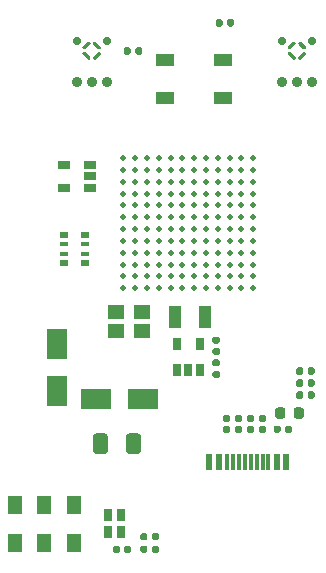
<source format=gbr>
G04 #@! TF.GenerationSoftware,KiCad,Pcbnew,(5.99.0-2290-gd34f8fd4b)*
G04 #@! TF.CreationDate,2020-11-06T19:29:50+01:00*
G04 #@! TF.ProjectId,Tympan-Nya,54796d70-616e-42d4-9e79-612e6b696361,rev?*
G04 #@! TF.SameCoordinates,PX6d878d0PY72e6100*
G04 #@! TF.FileFunction,Paste,Bot*
G04 #@! TF.FilePolarity,Positive*
%FSLAX46Y46*%
G04 Gerber Fmt 4.6, Leading zero omitted, Abs format (unit mm)*
G04 Created by KiCad (PCBNEW (5.99.0-2290-gd34f8fd4b)) date 2020-11-06 19:29:50*
%MOMM*%
%LPD*%
G01*
G04 APERTURE LIST*
%ADD10C,0.300000*%
%ADD11R,1.500000X1.000000*%
%ADD12R,0.800000X0.500000*%
%ADD13R,0.800000X0.400000*%
%ADD14C,0.500000*%
%ADD15R,0.300000X1.450000*%
%ADD16R,0.600000X1.450000*%
%ADD17C,0.900000*%
%ADD18C,0.700000*%
%ADD19R,1.060000X0.650000*%
%ADD20R,0.650000X1.060000*%
%ADD21R,1.400000X1.200000*%
%ADD22R,1.100000X1.900000*%
%ADD23R,1.200000X1.600000*%
%ADD24R,0.800000X1.000000*%
%ADD25R,1.700000X2.500000*%
%ADD26R,2.500000X1.700000*%
G04 APERTURE END LIST*
D10*
X-31583217Y50088970D02*
G75*
G02*
X-31948400Y49730600I-615183J261630D01*
G01*
X-32460030Y49735417D02*
G75*
G02*
X-32818400Y50100600I261630J615183D01*
G01*
X-32813583Y50612230D02*
G75*
G02*
X-32448400Y50970600I615183J-261630D01*
G01*
X-31936770Y50965783D02*
G75*
G02*
X-31578400Y50600600I-261630J-615183D01*
G01*
X-14209617Y50088970D02*
G75*
G02*
X-14574800Y49730600I-615183J261630D01*
G01*
X-15086430Y49735417D02*
G75*
G02*
X-15444800Y50100600I261630J615183D01*
G01*
X-15439983Y50612230D02*
G75*
G02*
X-15074800Y50970600I615183J-261630D01*
G01*
X-14563170Y50965783D02*
G75*
G02*
X-14204800Y50600600I-261630J-615183D01*
G01*
D11*
X-25961600Y46337600D03*
X-25961600Y49537600D03*
X-21061600Y46337600D03*
X-21061600Y49537600D03*
G36*
G01*
X-20730800Y52540300D02*
X-20730800Y52885300D01*
G75*
G02*
X-20583300Y53032800I147500J0D01*
G01*
X-20288300Y53032800D01*
G75*
G02*
X-20140800Y52885300I0J-147500D01*
G01*
X-20140800Y52540300D01*
G75*
G02*
X-20288300Y52392800I-147500J0D01*
G01*
X-20583300Y52392800D01*
G75*
G02*
X-20730800Y52540300I0J147500D01*
G01*
G37*
G36*
G01*
X-21700800Y52540300D02*
X-21700800Y52885300D01*
G75*
G02*
X-21553300Y53032800I147500J0D01*
G01*
X-21258300Y53032800D01*
G75*
G02*
X-21110800Y52885300I0J-147500D01*
G01*
X-21110800Y52540300D01*
G75*
G02*
X-21258300Y52392800I-147500J0D01*
G01*
X-21553300Y52392800D01*
G75*
G02*
X-21700800Y52540300I0J147500D01*
G01*
G37*
D12*
X-34546200Y32361200D03*
D13*
X-34546200Y33161200D03*
D12*
X-34546200Y34761200D03*
D13*
X-34546200Y33961200D03*
D12*
X-32746200Y32361200D03*
D13*
X-32746200Y33961200D03*
X-32746200Y33161200D03*
D12*
X-32746200Y34761200D03*
G36*
G01*
X-19605300Y18945400D02*
X-19950300Y18945400D01*
G75*
G02*
X-20097800Y19092900I0J147500D01*
G01*
X-20097800Y19387900D01*
G75*
G02*
X-19950300Y19535400I147500J0D01*
G01*
X-19605300Y19535400D01*
G75*
G02*
X-19457800Y19387900I0J-147500D01*
G01*
X-19457800Y19092900D01*
G75*
G02*
X-19605300Y18945400I-147500J0D01*
G01*
G37*
G36*
G01*
X-19605300Y17975400D02*
X-19950300Y17975400D01*
G75*
G02*
X-20097800Y18122900I0J147500D01*
G01*
X-20097800Y18417900D01*
G75*
G02*
X-19950300Y18565400I147500J0D01*
G01*
X-19605300Y18565400D01*
G75*
G02*
X-19457800Y18417900I0J-147500D01*
G01*
X-19457800Y18122900D01*
G75*
G02*
X-19605300Y17975400I-147500J0D01*
G01*
G37*
G36*
G01*
X-18589300Y18943000D02*
X-18934300Y18943000D01*
G75*
G02*
X-19081800Y19090500I0J147500D01*
G01*
X-19081800Y19385500D01*
G75*
G02*
X-18934300Y19533000I147500J0D01*
G01*
X-18589300Y19533000D01*
G75*
G02*
X-18441800Y19385500I0J-147500D01*
G01*
X-18441800Y19090500D01*
G75*
G02*
X-18589300Y18943000I-147500J0D01*
G01*
G37*
G36*
G01*
X-18589300Y17973000D02*
X-18934300Y17973000D01*
G75*
G02*
X-19081800Y18120500I0J147500D01*
G01*
X-19081800Y18415500D01*
G75*
G02*
X-18934300Y18563000I147500J0D01*
G01*
X-18589300Y18563000D01*
G75*
G02*
X-18441800Y18415500I0J-147500D01*
G01*
X-18441800Y18120500D01*
G75*
G02*
X-18589300Y17973000I-147500J0D01*
G01*
G37*
G36*
G01*
X-20621300Y18943000D02*
X-20966300Y18943000D01*
G75*
G02*
X-21113800Y19090500I0J147500D01*
G01*
X-21113800Y19385500D01*
G75*
G02*
X-20966300Y19533000I147500J0D01*
G01*
X-20621300Y19533000D01*
G75*
G02*
X-20473800Y19385500I0J-147500D01*
G01*
X-20473800Y19090500D01*
G75*
G02*
X-20621300Y18943000I-147500J0D01*
G01*
G37*
G36*
G01*
X-20621300Y17973000D02*
X-20966300Y17973000D01*
G75*
G02*
X-21113800Y18120500I0J147500D01*
G01*
X-21113800Y18415500D01*
G75*
G02*
X-20966300Y18563000I147500J0D01*
G01*
X-20621300Y18563000D01*
G75*
G02*
X-20473800Y18415500I0J-147500D01*
G01*
X-20473800Y18120500D01*
G75*
G02*
X-20621300Y17973000I-147500J0D01*
G01*
G37*
G36*
G01*
X-17573300Y18943000D02*
X-17918300Y18943000D01*
G75*
G02*
X-18065800Y19090500I0J147500D01*
G01*
X-18065800Y19385500D01*
G75*
G02*
X-17918300Y19533000I147500J0D01*
G01*
X-17573300Y19533000D01*
G75*
G02*
X-17425800Y19385500I0J-147500D01*
G01*
X-17425800Y19090500D01*
G75*
G02*
X-17573300Y18943000I-147500J0D01*
G01*
G37*
G36*
G01*
X-17573300Y17973000D02*
X-17918300Y17973000D01*
G75*
G02*
X-18065800Y18120500I0J147500D01*
G01*
X-18065800Y18415500D01*
G75*
G02*
X-17918300Y18563000I147500J0D01*
G01*
X-17573300Y18563000D01*
G75*
G02*
X-17425800Y18415500I0J-147500D01*
G01*
X-17425800Y18120500D01*
G75*
G02*
X-17573300Y17973000I-147500J0D01*
G01*
G37*
D14*
X-18519600Y41245600D03*
X-19519600Y41245600D03*
X-20519600Y41245600D03*
X-21519600Y41245600D03*
X-22519600Y41245600D03*
X-23519600Y41245600D03*
X-24519600Y41245600D03*
X-25519600Y41245600D03*
X-26519600Y41245600D03*
X-27519600Y41245600D03*
X-28519600Y41245600D03*
X-29519600Y41245600D03*
X-18519600Y40245600D03*
X-18519600Y39245600D03*
X-18519600Y38245600D03*
X-18519600Y37245600D03*
X-18519600Y36245600D03*
X-18519600Y35245600D03*
X-18519600Y34245600D03*
X-18519600Y33245600D03*
X-29519600Y40245600D03*
X-28519600Y40245600D03*
X-27519600Y40245600D03*
X-26519600Y40245600D03*
X-25519600Y40245600D03*
X-24519600Y40245600D03*
X-23519600Y40245600D03*
X-22519600Y40245600D03*
X-19519600Y40245600D03*
X-20519600Y40245600D03*
X-21519600Y40245600D03*
X-19519600Y39245600D03*
X-20519600Y39245600D03*
X-21519600Y39245600D03*
X-22519600Y39245600D03*
X-23519600Y39245600D03*
X-24519600Y39245600D03*
X-25519600Y39245600D03*
X-26519600Y39245600D03*
X-19519600Y38245600D03*
X-20519600Y38245600D03*
X-21519600Y38245600D03*
X-22519600Y38245600D03*
X-23519600Y38245600D03*
X-24519600Y38245600D03*
X-25519600Y38245600D03*
X-26519600Y38245600D03*
X-19519600Y37245600D03*
X-20519600Y37245600D03*
X-21519600Y37245600D03*
X-27519600Y39245600D03*
X-27519600Y38245600D03*
X-28519600Y39245600D03*
X-28519600Y38245600D03*
X-29519600Y38245600D03*
X-29519600Y39245600D03*
X-19519600Y36245600D03*
X-20519600Y36245600D03*
X-21519600Y36245600D03*
X-21519600Y35245600D03*
X-20519600Y35245600D03*
X-19519600Y35245600D03*
X-19519600Y34245600D03*
X-20519600Y34245600D03*
X-21519600Y34245600D03*
X-21519600Y33245600D03*
X-20519600Y33245600D03*
X-19519600Y33245600D03*
X-18519600Y32245600D03*
X-19519600Y32245600D03*
X-20519600Y32245600D03*
X-21519600Y32245600D03*
X-21519600Y31245600D03*
X-20519600Y31245600D03*
X-19519600Y31245600D03*
X-18519600Y31245600D03*
X-18519600Y30245600D03*
X-19519600Y30245600D03*
X-20519600Y30245600D03*
X-21519600Y30245600D03*
X-25519600Y37245600D03*
X-24519600Y37245600D03*
X-23519600Y37245600D03*
X-22519600Y37245600D03*
X-22519600Y36245600D03*
X-23519600Y36245600D03*
X-24519600Y36245600D03*
X-25519600Y36245600D03*
X-22519600Y35245600D03*
X-23519600Y35245600D03*
X-24519600Y35245600D03*
X-25519600Y35245600D03*
X-22519600Y34245600D03*
X-23519600Y34245600D03*
X-24519600Y34245600D03*
X-25519600Y34245600D03*
X-22519600Y33245600D03*
X-23519600Y33245600D03*
X-24519600Y33245600D03*
X-25519600Y33245600D03*
X-22519600Y32245600D03*
X-23519600Y32245600D03*
X-24519600Y32245600D03*
X-25519600Y32245600D03*
X-22519600Y31245600D03*
X-23519600Y31245600D03*
X-24519600Y31245600D03*
X-25519600Y31245600D03*
X-22519600Y30245600D03*
X-23519600Y30245600D03*
X-24519600Y30245600D03*
X-25519600Y30245600D03*
X-26519600Y37245600D03*
X-27519600Y37245600D03*
X-28519600Y37245600D03*
X-29519600Y37245600D03*
X-26519600Y36245600D03*
X-27519600Y36245600D03*
X-28519600Y36245600D03*
X-29519600Y36245600D03*
X-26519600Y33245600D03*
X-29519600Y35245600D03*
X-28519600Y35245600D03*
X-27519600Y35245600D03*
X-26519600Y35245600D03*
X-26519600Y34245600D03*
X-27519600Y34245600D03*
X-28519600Y34245600D03*
X-29519600Y34245600D03*
X-27519600Y33245600D03*
X-28519600Y33245600D03*
X-29519600Y33245600D03*
X-26519600Y30245600D03*
X-26519600Y31245600D03*
X-26519600Y32245600D03*
X-27519600Y32245600D03*
X-27519600Y31245600D03*
X-27519600Y30245600D03*
X-28519600Y30245600D03*
X-28519600Y31245600D03*
X-28519600Y32245600D03*
X-29519600Y32245600D03*
X-29519600Y31245600D03*
X-29519600Y30245600D03*
D15*
X-18740400Y15508200D03*
X-20740400Y15508200D03*
X-20240400Y15508200D03*
X-19740400Y15508200D03*
X-19240400Y15508200D03*
X-18240400Y15508200D03*
X-17740400Y15508200D03*
X-17240400Y15508200D03*
D16*
X-22240400Y15508200D03*
X-21440400Y15508200D03*
X-16540400Y15508200D03*
X-15740400Y15508200D03*
X-15740400Y15508200D03*
X-16540400Y15508200D03*
X-21440400Y15508200D03*
X-22240400Y15508200D03*
D17*
X-33463400Y47734600D03*
X-32198400Y47734600D03*
X-30933400Y47734600D03*
D18*
X-33463400Y51140600D03*
X-30933400Y51140600D03*
D17*
X-16089800Y47734600D03*
X-14824800Y47734600D03*
X-13559800Y47734600D03*
D18*
X-16089800Y51140600D03*
X-13559800Y51140600D03*
D19*
X-32343000Y40658000D03*
X-32343000Y39708000D03*
X-32343000Y38758000D03*
X-34543000Y38758000D03*
X-34543000Y40658000D03*
D20*
X-23069600Y23291800D03*
X-24019600Y23291800D03*
X-24969600Y23291800D03*
X-24969600Y25491800D03*
X-23069600Y25491800D03*
G36*
G01*
X-27486200Y9375100D02*
X-27486200Y9030100D01*
G75*
G02*
X-27633700Y8882600I-147500J0D01*
G01*
X-27928700Y8882600D01*
G75*
G02*
X-28076200Y9030100I0J147500D01*
G01*
X-28076200Y9375100D01*
G75*
G02*
X-27928700Y9522600I147500J0D01*
G01*
X-27633700Y9522600D01*
G75*
G02*
X-27486200Y9375100I0J-147500D01*
G01*
G37*
G36*
G01*
X-26516200Y9375100D02*
X-26516200Y9030100D01*
G75*
G02*
X-26663700Y8882600I-147500J0D01*
G01*
X-26958700Y8882600D01*
G75*
G02*
X-27106200Y9030100I0J147500D01*
G01*
X-27106200Y9375100D01*
G75*
G02*
X-26958700Y9522600I147500J0D01*
G01*
X-26663700Y9522600D01*
G75*
G02*
X-26516200Y9375100I0J-147500D01*
G01*
G37*
G36*
G01*
X-27486200Y8308300D02*
X-27486200Y7963300D01*
G75*
G02*
X-27633700Y7815800I-147500J0D01*
G01*
X-27928700Y7815800D01*
G75*
G02*
X-28076200Y7963300I0J147500D01*
G01*
X-28076200Y8308300D01*
G75*
G02*
X-27928700Y8455800I147500J0D01*
G01*
X-27633700Y8455800D01*
G75*
G02*
X-27486200Y8308300I0J-147500D01*
G01*
G37*
G36*
G01*
X-26516200Y8308300D02*
X-26516200Y7963300D01*
G75*
G02*
X-26663700Y7815800I-147500J0D01*
G01*
X-26958700Y7815800D01*
G75*
G02*
X-27106200Y7963300I0J147500D01*
G01*
X-27106200Y8308300D01*
G75*
G02*
X-26958700Y8455800I147500J0D01*
G01*
X-26663700Y8455800D01*
G75*
G02*
X-26516200Y8308300I0J-147500D01*
G01*
G37*
G36*
G01*
X-29823000Y8308300D02*
X-29823000Y7963300D01*
G75*
G02*
X-29970500Y7815800I-147500J0D01*
G01*
X-30265500Y7815800D01*
G75*
G02*
X-30413000Y7963300I0J147500D01*
G01*
X-30413000Y8308300D01*
G75*
G02*
X-30265500Y8455800I147500J0D01*
G01*
X-29970500Y8455800D01*
G75*
G02*
X-29823000Y8308300I0J-147500D01*
G01*
G37*
G36*
G01*
X-28853000Y8308300D02*
X-28853000Y7963300D01*
G75*
G02*
X-29000500Y7815800I-147500J0D01*
G01*
X-29295500Y7815800D01*
G75*
G02*
X-29443000Y7963300I0J147500D01*
G01*
X-29443000Y8308300D01*
G75*
G02*
X-29295500Y8455800I147500J0D01*
G01*
X-29000500Y8455800D01*
G75*
G02*
X-28853000Y8308300I0J-147500D01*
G01*
G37*
G36*
G01*
X-13923600Y22034900D02*
X-13923600Y22379900D01*
G75*
G02*
X-13776100Y22527400I147500J0D01*
G01*
X-13481100Y22527400D01*
G75*
G02*
X-13333600Y22379900I0J-147500D01*
G01*
X-13333600Y22034900D01*
G75*
G02*
X-13481100Y21887400I-147500J0D01*
G01*
X-13776100Y21887400D01*
G75*
G02*
X-13923600Y22034900I0J147500D01*
G01*
G37*
G36*
G01*
X-14893600Y22034900D02*
X-14893600Y22379900D01*
G75*
G02*
X-14746100Y22527400I147500J0D01*
G01*
X-14451100Y22527400D01*
G75*
G02*
X-14303600Y22379900I0J-147500D01*
G01*
X-14303600Y22034900D01*
G75*
G02*
X-14451100Y21887400I-147500J0D01*
G01*
X-14746100Y21887400D01*
G75*
G02*
X-14893600Y22034900I0J147500D01*
G01*
G37*
G36*
G01*
X-13923600Y23050900D02*
X-13923600Y23395900D01*
G75*
G02*
X-13776100Y23543400I147500J0D01*
G01*
X-13481100Y23543400D01*
G75*
G02*
X-13333600Y23395900I0J-147500D01*
G01*
X-13333600Y23050900D01*
G75*
G02*
X-13481100Y22903400I-147500J0D01*
G01*
X-13776100Y22903400D01*
G75*
G02*
X-13923600Y23050900I0J147500D01*
G01*
G37*
G36*
G01*
X-14893600Y23050900D02*
X-14893600Y23395900D01*
G75*
G02*
X-14746100Y23543400I147500J0D01*
G01*
X-14451100Y23543400D01*
G75*
G02*
X-14303600Y23395900I0J-147500D01*
G01*
X-14303600Y23050900D01*
G75*
G02*
X-14451100Y22903400I-147500J0D01*
G01*
X-14746100Y22903400D01*
G75*
G02*
X-14893600Y23050900I0J147500D01*
G01*
G37*
G36*
G01*
X-13923600Y21018900D02*
X-13923600Y21363900D01*
G75*
G02*
X-13776100Y21511400I147500J0D01*
G01*
X-13481100Y21511400D01*
G75*
G02*
X-13333600Y21363900I0J-147500D01*
G01*
X-13333600Y21018900D01*
G75*
G02*
X-13481100Y20871400I-147500J0D01*
G01*
X-13776100Y20871400D01*
G75*
G02*
X-13923600Y21018900I0J147500D01*
G01*
G37*
G36*
G01*
X-14893600Y21018900D02*
X-14893600Y21363900D01*
G75*
G02*
X-14746100Y21511400I147500J0D01*
G01*
X-14451100Y21511400D01*
G75*
G02*
X-14303600Y21363900I0J-147500D01*
G01*
X-14303600Y21018900D01*
G75*
G02*
X-14451100Y20871400I-147500J0D01*
G01*
X-14746100Y20871400D01*
G75*
G02*
X-14893600Y21018900I0J147500D01*
G01*
G37*
G36*
G01*
X-21829900Y25167000D02*
X-21484900Y25167000D01*
G75*
G02*
X-21337400Y25019500I0J-147500D01*
G01*
X-21337400Y24724500D01*
G75*
G02*
X-21484900Y24577000I-147500J0D01*
G01*
X-21829900Y24577000D01*
G75*
G02*
X-21977400Y24724500I0J147500D01*
G01*
X-21977400Y25019500D01*
G75*
G02*
X-21829900Y25167000I147500J0D01*
G01*
G37*
G36*
G01*
X-21829900Y26137000D02*
X-21484900Y26137000D01*
G75*
G02*
X-21337400Y25989500I0J-147500D01*
G01*
X-21337400Y25694500D01*
G75*
G02*
X-21484900Y25547000I-147500J0D01*
G01*
X-21829900Y25547000D01*
G75*
G02*
X-21977400Y25694500I0J147500D01*
G01*
X-21977400Y25989500D01*
G75*
G02*
X-21829900Y26137000I147500J0D01*
G01*
G37*
G36*
G01*
X-21484900Y23616600D02*
X-21829900Y23616600D01*
G75*
G02*
X-21977400Y23764100I0J147500D01*
G01*
X-21977400Y24059100D01*
G75*
G02*
X-21829900Y24206600I147500J0D01*
G01*
X-21484900Y24206600D01*
G75*
G02*
X-21337400Y24059100I0J-147500D01*
G01*
X-21337400Y23764100D01*
G75*
G02*
X-21484900Y23616600I-147500J0D01*
G01*
G37*
G36*
G01*
X-21484900Y22646600D02*
X-21829900Y22646600D01*
G75*
G02*
X-21977400Y22794100I0J147500D01*
G01*
X-21977400Y23089100D01*
G75*
G02*
X-21829900Y23236600I147500J0D01*
G01*
X-21484900Y23236600D01*
G75*
G02*
X-21337400Y23089100I0J-147500D01*
G01*
X-21337400Y22794100D01*
G75*
G02*
X-21484900Y22646600I-147500J0D01*
G01*
G37*
G36*
G01*
X-15831000Y18123300D02*
X-15831000Y18468300D01*
G75*
G02*
X-15683500Y18615800I147500J0D01*
G01*
X-15388500Y18615800D01*
G75*
G02*
X-15241000Y18468300I0J-147500D01*
G01*
X-15241000Y18123300D01*
G75*
G02*
X-15388500Y17975800I-147500J0D01*
G01*
X-15683500Y17975800D01*
G75*
G02*
X-15831000Y18123300I0J147500D01*
G01*
G37*
G36*
G01*
X-16801000Y18123300D02*
X-16801000Y18468300D01*
G75*
G02*
X-16653500Y18615800I147500J0D01*
G01*
X-16358500Y18615800D01*
G75*
G02*
X-16211000Y18468300I0J-147500D01*
G01*
X-16211000Y18123300D01*
G75*
G02*
X-16358500Y17975800I-147500J0D01*
G01*
X-16653500Y17975800D01*
G75*
G02*
X-16801000Y18123300I0J147500D01*
G01*
G37*
G36*
G01*
X-28883200Y50497700D02*
X-28883200Y50152700D01*
G75*
G02*
X-29030700Y50005200I-147500J0D01*
G01*
X-29325700Y50005200D01*
G75*
G02*
X-29473200Y50152700I0J147500D01*
G01*
X-29473200Y50497700D01*
G75*
G02*
X-29325700Y50645200I147500J0D01*
G01*
X-29030700Y50645200D01*
G75*
G02*
X-28883200Y50497700I0J-147500D01*
G01*
G37*
G36*
G01*
X-27913200Y50497700D02*
X-27913200Y50152700D01*
G75*
G02*
X-28060700Y50005200I-147500J0D01*
G01*
X-28355700Y50005200D01*
G75*
G02*
X-28503200Y50152700I0J147500D01*
G01*
X-28503200Y50497700D01*
G75*
G02*
X-28355700Y50645200I147500J0D01*
G01*
X-28060700Y50645200D01*
G75*
G02*
X-27913200Y50497700I0J-147500D01*
G01*
G37*
D21*
X-27974200Y28239800D03*
X-30174200Y28239800D03*
X-30174200Y26639800D03*
X-27974200Y26639800D03*
D22*
X-25117200Y27770000D03*
X-22617200Y27770000D03*
D23*
X-36207380Y11891179D03*
X-36207380Y8691179D03*
X-38707380Y11891179D03*
X-38707380Y8691179D03*
X-33707380Y8691179D03*
X-33707380Y11891179D03*
G36*
G01*
X-15109800Y19411150D02*
X-15109800Y19923650D01*
G75*
G02*
X-14891050Y20142400I218750J0D01*
G01*
X-14453550Y20142400D01*
G75*
G02*
X-14234800Y19923650I0J-218750D01*
G01*
X-14234800Y19411150D01*
G75*
G02*
X-14453550Y19192400I-218750J0D01*
G01*
X-14891050Y19192400D01*
G75*
G02*
X-15109800Y19411150I0J218750D01*
G01*
G37*
G36*
G01*
X-16684800Y19411150D02*
X-16684800Y19923650D01*
G75*
G02*
X-16466050Y20142400I218750J0D01*
G01*
X-16028550Y20142400D01*
G75*
G02*
X-15809800Y19923650I0J-218750D01*
G01*
X-15809800Y19411150D01*
G75*
G02*
X-16028550Y19192400I-218750J0D01*
G01*
X-16466050Y19192400D01*
G75*
G02*
X-16684800Y19411150I0J218750D01*
G01*
G37*
G36*
G01*
X-29289800Y16451600D02*
X-29289800Y17701600D01*
G75*
G02*
X-29039800Y17951600I250000J0D01*
G01*
X-28289800Y17951600D01*
G75*
G02*
X-28039800Y17701600I0J-250000D01*
G01*
X-28039800Y16451600D01*
G75*
G02*
X-28289800Y16201600I-250000J0D01*
G01*
X-29039800Y16201600D01*
G75*
G02*
X-29289800Y16451600I0J250000D01*
G01*
G37*
G36*
G01*
X-32089800Y16451600D02*
X-32089800Y17701600D01*
G75*
G02*
X-31839800Y17951600I250000J0D01*
G01*
X-31089800Y17951600D01*
G75*
G02*
X-30839800Y17701600I0J-250000D01*
G01*
X-30839800Y16451600D01*
G75*
G02*
X-31089800Y16201600I-250000J0D01*
G01*
X-31839800Y16201600D01*
G75*
G02*
X-32089800Y16451600I0J250000D01*
G01*
G37*
D24*
X-29684063Y11064197D03*
X-29684063Y9564197D03*
X-30784063Y9564197D03*
X-30784063Y11064197D03*
D25*
X-35170200Y25553600D03*
X-35170200Y21553600D03*
D26*
X-27842800Y20835800D03*
X-31842800Y20835800D03*
M02*

</source>
